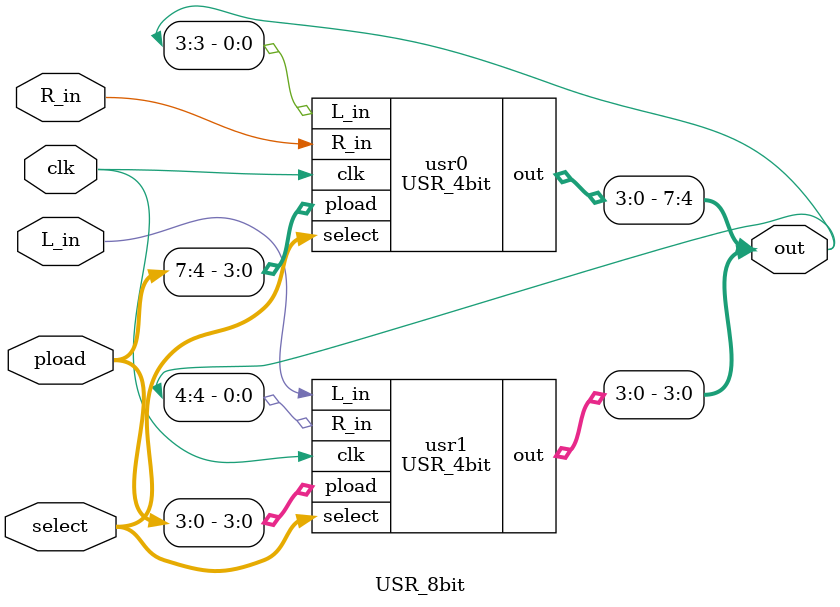
<source format=v>
module DFF(Q,D,clk);
	output Q;
	input D, clk;

	wire w0, w1, w2, w3, Q_bar;
	
	nand nand00(w0, w1, w3);
	nand nand01(w1, w0, clk);
	nand nand10(w2, w1, w3, clk);
	nand nand11(w3, w2, D);
	nand nand1_0(Q, w1, Q_bar);
	nand nand1_1(Q_bar, w2, Q);

endmodule

// a 4X1 MUX to perform operation according to user input, 00- do nothing, 01- right shift, 10- left shift, 11- write;
module mux_4_1 (out, in0, in1, in2, in3, select);

	input in0,in1,in2,in3;
	input[1:0] select;
	output out;

	wire s0, s1, w0, w1, w2, w3;
	
	not n0(s0, select[0]);
	not n1(s1, select[1]);
	and and00(w0, s1, s0, in0);
	and and11(w1, s1, select[0], in1);
	and and22(w2, select[1], s0, in2);
	and and33(w3, select[1], select[0], in3);
	or out00(out, w0, w1, w2, w3);

endmodule 


//Universal shift register for 4 bits
module USR_4bit(out, pload, L_in, R_in, select, clk);


	output[3:0] out;
	input[3:0] pload;
	input L_in,R_in, clk;
	input[1:0] select;

	wire w0, w1, w2, w3;						

	DFF df3(out[3], w3, clk);
	DFF df2(out[2], w2, clk);
	DFF df1(out[1], w1, clk);
	DFF df0(out[0], w0, clk);

	mux_4_1 mx3(w3, out[3], R_in, out[2], pload[3], select);
	mux_4_1 mx2(w2, out[2], out[3], out[1], pload[2], select);
	mux_4_1 mx1(w1, out[1], out[2], out[0], pload[1], select);
	mux_4_1 mx0(w0, out[0], out[1], L_in,pload[0], select);

endmodule
//universal shift register in 8 bits using bottom up approach
//universal shift register in 8 bits using bottom up approach
module USR_8bit(out, pload, L_in, R_in, select, clk);


	output[7:0] out;
	input[7:0] pload;
	input L_in,R_in, clk;
	input[1:0] select;

	USR_4bit usr0(out[7:4], pload[7:4], out[3], R_in, select, clk);
	USR_4bit usr1(out[3:0], pload[3:0], L_in, out[4], select, clk);

endmodule

</source>
